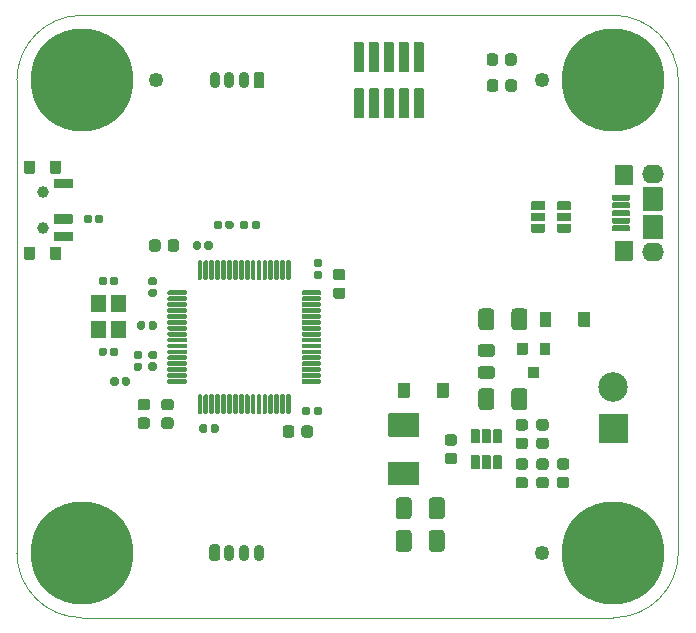
<source format=gbr>
%TF.GenerationSoftware,KiCad,Pcbnew,5.1.10-88a1d61d58~90~ubuntu21.04.1*%
%TF.CreationDate,2021-07-25T10:33:28+05:30*%
%TF.ProjectId,_autosave-STM tinker,5f617574-6f73-4617-9665-2d53544d2074,rev?*%
%TF.SameCoordinates,Original*%
%TF.FileFunction,Soldermask,Top*%
%TF.FilePolarity,Negative*%
%FSLAX46Y46*%
G04 Gerber Fmt 4.6, Leading zero omitted, Abs format (unit mm)*
G04 Created by KiCad (PCBNEW 5.1.10-88a1d61d58~90~ubuntu21.04.1) date 2021-07-25 10:33:28*
%MOMM*%
%LPD*%
G01*
G04 APERTURE LIST*
%TA.AperFunction,Profile*%
%ADD10C,0.050000*%
%TD*%
%ADD11C,1.252000*%
%ADD12C,1.000000*%
%ADD13C,8.700000*%
%ADD14C,2.500000*%
%ADD15O,0.900000X1.400000*%
%ADD16O,1.850000X1.600000*%
G04 APERTURE END LIST*
D10*
X30750000Y-41000000D02*
G75*
G02*
X36250000Y-35500000I5500000J0D01*
G01*
X36250000Y-86500000D02*
G75*
G02*
X30750000Y-81000000I0J5500000D01*
G01*
X86750000Y-81000000D02*
G75*
G02*
X81250000Y-86500000I-5500000J0D01*
G01*
X81250000Y-35500000D02*
G75*
G02*
X86750000Y-41000000I0J-5500000D01*
G01*
X30750000Y-81000000D02*
X30750000Y-41000000D01*
X81250000Y-86500000D02*
X36250000Y-86500000D01*
X86750000Y-41000000D02*
X86750000Y-81000000D01*
X36250000Y-35500000D02*
X81250000Y-35500000D01*
D11*
%TO.C,REF\u002A\u002A*%
X75250000Y-81000000D03*
%TD*%
%TO.C,REF\u002A\u002A*%
X75250000Y-41000000D03*
%TD*%
%TO.C,REF\u002A\u002A*%
X42500000Y-41000000D03*
%TD*%
D12*
%TO.C,SW1*%
X32920000Y-50500000D03*
X32920000Y-53500000D03*
G36*
G01*
X33930000Y-49350000D02*
X35430000Y-49350000D01*
G75*
G02*
X35480000Y-49400000I0J-50000D01*
G01*
X35480000Y-50100000D01*
G75*
G02*
X35430000Y-50150000I-50000J0D01*
G01*
X33930000Y-50150000D01*
G75*
G02*
X33880000Y-50100000I0J50000D01*
G01*
X33880000Y-49400000D01*
G75*
G02*
X33930000Y-49350000I50000J0D01*
G01*
G37*
G36*
G01*
X33930000Y-52350000D02*
X35430000Y-52350000D01*
G75*
G02*
X35480000Y-52400000I0J-50000D01*
G01*
X35480000Y-53100000D01*
G75*
G02*
X35430000Y-53150000I-50000J0D01*
G01*
X33930000Y-53150000D01*
G75*
G02*
X33880000Y-53100000I0J50000D01*
G01*
X33880000Y-52400000D01*
G75*
G02*
X33930000Y-52350000I50000J0D01*
G01*
G37*
G36*
G01*
X33930000Y-53850000D02*
X35430000Y-53850000D01*
G75*
G02*
X35480000Y-53900000I0J-50000D01*
G01*
X35480000Y-54600000D01*
G75*
G02*
X35430000Y-54650000I-50000J0D01*
G01*
X33930000Y-54650000D01*
G75*
G02*
X33880000Y-54600000I0J50000D01*
G01*
X33880000Y-53900000D01*
G75*
G02*
X33930000Y-53850000I50000J0D01*
G01*
G37*
G36*
G01*
X31420000Y-47800000D02*
X32220000Y-47800000D01*
G75*
G02*
X32270000Y-47850000I0J-50000D01*
G01*
X32270000Y-48850000D01*
G75*
G02*
X32220000Y-48900000I-50000J0D01*
G01*
X31420000Y-48900000D01*
G75*
G02*
X31370000Y-48850000I0J50000D01*
G01*
X31370000Y-47850000D01*
G75*
G02*
X31420000Y-47800000I50000J0D01*
G01*
G37*
G36*
G01*
X31420000Y-55100000D02*
X32220000Y-55100000D01*
G75*
G02*
X32270000Y-55150000I0J-50000D01*
G01*
X32270000Y-56150000D01*
G75*
G02*
X32220000Y-56200000I-50000J0D01*
G01*
X31420000Y-56200000D01*
G75*
G02*
X31370000Y-56150000I0J50000D01*
G01*
X31370000Y-55150000D01*
G75*
G02*
X31420000Y-55100000I50000J0D01*
G01*
G37*
G36*
G01*
X33630000Y-55100000D02*
X34430000Y-55100000D01*
G75*
G02*
X34480000Y-55150000I0J-50000D01*
G01*
X34480000Y-56150000D01*
G75*
G02*
X34430000Y-56200000I-50000J0D01*
G01*
X33630000Y-56200000D01*
G75*
G02*
X33580000Y-56150000I0J50000D01*
G01*
X33580000Y-55150000D01*
G75*
G02*
X33630000Y-55100000I50000J0D01*
G01*
G37*
G36*
G01*
X33630000Y-47800000D02*
X34430000Y-47800000D01*
G75*
G02*
X34480000Y-47850000I0J-50000D01*
G01*
X34480000Y-48850000D01*
G75*
G02*
X34430000Y-48900000I-50000J0D01*
G01*
X33630000Y-48900000D01*
G75*
G02*
X33580000Y-48850000I0J50000D01*
G01*
X33580000Y-47850000D01*
G75*
G02*
X33630000Y-47800000I50000J0D01*
G01*
G37*
%TD*%
%TO.C,J2*%
G36*
G01*
X59340000Y-41700000D02*
X60080000Y-41700000D01*
G75*
G02*
X60130000Y-41750000I0J-50000D01*
G01*
X60130000Y-44150000D01*
G75*
G02*
X60080000Y-44200000I-50000J0D01*
G01*
X59340000Y-44200000D01*
G75*
G02*
X59290000Y-44150000I0J50000D01*
G01*
X59290000Y-41750000D01*
G75*
G02*
X59340000Y-41700000I50000J0D01*
G01*
G37*
G36*
G01*
X59340000Y-37800000D02*
X60080000Y-37800000D01*
G75*
G02*
X60130000Y-37850000I0J-50000D01*
G01*
X60130000Y-40250000D01*
G75*
G02*
X60080000Y-40300000I-50000J0D01*
G01*
X59340000Y-40300000D01*
G75*
G02*
X59290000Y-40250000I0J50000D01*
G01*
X59290000Y-37850000D01*
G75*
G02*
X59340000Y-37800000I50000J0D01*
G01*
G37*
G36*
G01*
X60610000Y-41700000D02*
X61350000Y-41700000D01*
G75*
G02*
X61400000Y-41750000I0J-50000D01*
G01*
X61400000Y-44150000D01*
G75*
G02*
X61350000Y-44200000I-50000J0D01*
G01*
X60610000Y-44200000D01*
G75*
G02*
X60560000Y-44150000I0J50000D01*
G01*
X60560000Y-41750000D01*
G75*
G02*
X60610000Y-41700000I50000J0D01*
G01*
G37*
G36*
G01*
X60610000Y-37800000D02*
X61350000Y-37800000D01*
G75*
G02*
X61400000Y-37850000I0J-50000D01*
G01*
X61400000Y-40250000D01*
G75*
G02*
X61350000Y-40300000I-50000J0D01*
G01*
X60610000Y-40300000D01*
G75*
G02*
X60560000Y-40250000I0J50000D01*
G01*
X60560000Y-37850000D01*
G75*
G02*
X60610000Y-37800000I50000J0D01*
G01*
G37*
G36*
G01*
X61880000Y-41700000D02*
X62620000Y-41700000D01*
G75*
G02*
X62670000Y-41750000I0J-50000D01*
G01*
X62670000Y-44150000D01*
G75*
G02*
X62620000Y-44200000I-50000J0D01*
G01*
X61880000Y-44200000D01*
G75*
G02*
X61830000Y-44150000I0J50000D01*
G01*
X61830000Y-41750000D01*
G75*
G02*
X61880000Y-41700000I50000J0D01*
G01*
G37*
G36*
G01*
X61880000Y-37800000D02*
X62620000Y-37800000D01*
G75*
G02*
X62670000Y-37850000I0J-50000D01*
G01*
X62670000Y-40250000D01*
G75*
G02*
X62620000Y-40300000I-50000J0D01*
G01*
X61880000Y-40300000D01*
G75*
G02*
X61830000Y-40250000I0J50000D01*
G01*
X61830000Y-37850000D01*
G75*
G02*
X61880000Y-37800000I50000J0D01*
G01*
G37*
G36*
G01*
X63150000Y-41700000D02*
X63890000Y-41700000D01*
G75*
G02*
X63940000Y-41750000I0J-50000D01*
G01*
X63940000Y-44150000D01*
G75*
G02*
X63890000Y-44200000I-50000J0D01*
G01*
X63150000Y-44200000D01*
G75*
G02*
X63100000Y-44150000I0J50000D01*
G01*
X63100000Y-41750000D01*
G75*
G02*
X63150000Y-41700000I50000J0D01*
G01*
G37*
G36*
G01*
X63150000Y-37800000D02*
X63890000Y-37800000D01*
G75*
G02*
X63940000Y-37850000I0J-50000D01*
G01*
X63940000Y-40250000D01*
G75*
G02*
X63890000Y-40300000I-50000J0D01*
G01*
X63150000Y-40300000D01*
G75*
G02*
X63100000Y-40250000I0J50000D01*
G01*
X63100000Y-37850000D01*
G75*
G02*
X63150000Y-37800000I50000J0D01*
G01*
G37*
G36*
G01*
X64420000Y-41700000D02*
X65160000Y-41700000D01*
G75*
G02*
X65210000Y-41750000I0J-50000D01*
G01*
X65210000Y-44150000D01*
G75*
G02*
X65160000Y-44200000I-50000J0D01*
G01*
X64420000Y-44200000D01*
G75*
G02*
X64370000Y-44150000I0J50000D01*
G01*
X64370000Y-41750000D01*
G75*
G02*
X64420000Y-41700000I50000J0D01*
G01*
G37*
G36*
G01*
X64420000Y-37800000D02*
X65160000Y-37800000D01*
G75*
G02*
X65210000Y-37850000I0J-50000D01*
G01*
X65210000Y-40250000D01*
G75*
G02*
X65160000Y-40300000I-50000J0D01*
G01*
X64420000Y-40300000D01*
G75*
G02*
X64370000Y-40250000I0J50000D01*
G01*
X64370000Y-37850000D01*
G75*
G02*
X64420000Y-37800000I50000J0D01*
G01*
G37*
%TD*%
%TO.C,C1*%
G36*
G01*
X69825000Y-68655000D02*
X69825000Y-67345000D01*
G75*
G02*
X70095000Y-67075000I270000J0D01*
G01*
X70905000Y-67075000D01*
G75*
G02*
X71175000Y-67345000I0J-270000D01*
G01*
X71175000Y-68655000D01*
G75*
G02*
X70905000Y-68925000I-270000J0D01*
G01*
X70095000Y-68925000D01*
G75*
G02*
X69825000Y-68655000I0J270000D01*
G01*
G37*
G36*
G01*
X72625000Y-68655000D02*
X72625000Y-67345000D01*
G75*
G02*
X72895000Y-67075000I270000J0D01*
G01*
X73705000Y-67075000D01*
G75*
G02*
X73975000Y-67345000I0J-270000D01*
G01*
X73975000Y-68655000D01*
G75*
G02*
X73705000Y-68925000I-270000J0D01*
G01*
X72895000Y-68925000D01*
G75*
G02*
X72625000Y-68655000I0J270000D01*
G01*
G37*
%TD*%
%TO.C,C2*%
G36*
G01*
X62825000Y-77905000D02*
X62825000Y-76595000D01*
G75*
G02*
X63095000Y-76325000I270000J0D01*
G01*
X63905000Y-76325000D01*
G75*
G02*
X64175000Y-76595000I0J-270000D01*
G01*
X64175000Y-77905000D01*
G75*
G02*
X63905000Y-78175000I-270000J0D01*
G01*
X63095000Y-78175000D01*
G75*
G02*
X62825000Y-77905000I0J270000D01*
G01*
G37*
G36*
G01*
X65625000Y-77905000D02*
X65625000Y-76595000D01*
G75*
G02*
X65895000Y-76325000I270000J0D01*
G01*
X66705000Y-76325000D01*
G75*
G02*
X66975000Y-76595000I0J-270000D01*
G01*
X66975000Y-77905000D01*
G75*
G02*
X66705000Y-78175000I-270000J0D01*
G01*
X65895000Y-78175000D01*
G75*
G02*
X65625000Y-77905000I0J270000D01*
G01*
G37*
%TD*%
%TO.C,C3*%
G36*
G01*
X65625000Y-80655000D02*
X65625000Y-79345000D01*
G75*
G02*
X65895000Y-79075000I270000J0D01*
G01*
X66705000Y-79075000D01*
G75*
G02*
X66975000Y-79345000I0J-270000D01*
G01*
X66975000Y-80655000D01*
G75*
G02*
X66705000Y-80925000I-270000J0D01*
G01*
X65895000Y-80925000D01*
G75*
G02*
X65625000Y-80655000I0J270000D01*
G01*
G37*
G36*
G01*
X62825000Y-80655000D02*
X62825000Y-79345000D01*
G75*
G02*
X63095000Y-79075000I270000J0D01*
G01*
X63905000Y-79075000D01*
G75*
G02*
X64175000Y-79345000I0J-270000D01*
G01*
X64175000Y-80655000D01*
G75*
G02*
X63905000Y-80925000I-270000J0D01*
G01*
X63095000Y-80925000D01*
G75*
G02*
X62825000Y-80655000I0J270000D01*
G01*
G37*
%TD*%
%TO.C,C4*%
G36*
G01*
X67218750Y-70975000D02*
X67781250Y-70975000D01*
G75*
G02*
X68025000Y-71218750I0J-243750D01*
G01*
X68025000Y-71706250D01*
G75*
G02*
X67781250Y-71950000I-243750J0D01*
G01*
X67218750Y-71950000D01*
G75*
G02*
X66975000Y-71706250I0J243750D01*
G01*
X66975000Y-71218750D01*
G75*
G02*
X67218750Y-70975000I243750J0D01*
G01*
G37*
G36*
G01*
X67218750Y-72550000D02*
X67781250Y-72550000D01*
G75*
G02*
X68025000Y-72793750I0J-243750D01*
G01*
X68025000Y-73281250D01*
G75*
G02*
X67781250Y-73525000I-243750J0D01*
G01*
X67218750Y-73525000D01*
G75*
G02*
X66975000Y-73281250I0J243750D01*
G01*
X66975000Y-72793750D01*
G75*
G02*
X67218750Y-72550000I243750J0D01*
G01*
G37*
%TD*%
%TO.C,C5*%
G36*
G01*
X42912500Y-54718750D02*
X42912500Y-55281250D01*
G75*
G02*
X42668750Y-55525000I-243750J0D01*
G01*
X42181250Y-55525000D01*
G75*
G02*
X41937500Y-55281250I0J243750D01*
G01*
X41937500Y-54718750D01*
G75*
G02*
X42181250Y-54475000I243750J0D01*
G01*
X42668750Y-54475000D01*
G75*
G02*
X42912500Y-54718750I0J-243750D01*
G01*
G37*
G36*
G01*
X44487500Y-54718750D02*
X44487500Y-55281250D01*
G75*
G02*
X44243750Y-55525000I-243750J0D01*
G01*
X43756250Y-55525000D01*
G75*
G02*
X43512500Y-55281250I0J243750D01*
G01*
X43512500Y-54718750D01*
G75*
G02*
X43756250Y-54475000I243750J0D01*
G01*
X44243750Y-54475000D01*
G75*
G02*
X44487500Y-54718750I0J-243750D01*
G01*
G37*
%TD*%
%TO.C,C6*%
G36*
G01*
X42447500Y-58375000D02*
X42052500Y-58375000D01*
G75*
G02*
X41880000Y-58202500I0J172500D01*
G01*
X41880000Y-57857500D01*
G75*
G02*
X42052500Y-57685000I172500J0D01*
G01*
X42447500Y-57685000D01*
G75*
G02*
X42620000Y-57857500I0J-172500D01*
G01*
X42620000Y-58202500D01*
G75*
G02*
X42447500Y-58375000I-172500J0D01*
G01*
G37*
G36*
G01*
X42447500Y-59345000D02*
X42052500Y-59345000D01*
G75*
G02*
X41880000Y-59172500I0J172500D01*
G01*
X41880000Y-58827500D01*
G75*
G02*
X42052500Y-58655000I172500J0D01*
G01*
X42447500Y-58655000D01*
G75*
G02*
X42620000Y-58827500I0J-172500D01*
G01*
X42620000Y-59172500D01*
G75*
G02*
X42447500Y-59345000I-172500J0D01*
G01*
G37*
%TD*%
%TO.C,C7*%
G36*
G01*
X47845000Y-70302500D02*
X47845000Y-70697500D01*
G75*
G02*
X47672500Y-70870000I-172500J0D01*
G01*
X47327500Y-70870000D01*
G75*
G02*
X47155000Y-70697500I0J172500D01*
G01*
X47155000Y-70302500D01*
G75*
G02*
X47327500Y-70130000I172500J0D01*
G01*
X47672500Y-70130000D01*
G75*
G02*
X47845000Y-70302500I0J-172500D01*
G01*
G37*
G36*
G01*
X46875000Y-70302500D02*
X46875000Y-70697500D01*
G75*
G02*
X46702500Y-70870000I-172500J0D01*
G01*
X46357500Y-70870000D01*
G75*
G02*
X46185000Y-70697500I0J172500D01*
G01*
X46185000Y-70302500D01*
G75*
G02*
X46357500Y-70130000I172500J0D01*
G01*
X46702500Y-70130000D01*
G75*
G02*
X46875000Y-70302500I0J-172500D01*
G01*
G37*
%TD*%
%TO.C,C8*%
G36*
G01*
X55875000Y-69197500D02*
X55875000Y-68802500D01*
G75*
G02*
X56047500Y-68630000I172500J0D01*
G01*
X56392500Y-68630000D01*
G75*
G02*
X56565000Y-68802500I0J-172500D01*
G01*
X56565000Y-69197500D01*
G75*
G02*
X56392500Y-69370000I-172500J0D01*
G01*
X56047500Y-69370000D01*
G75*
G02*
X55875000Y-69197500I0J172500D01*
G01*
G37*
G36*
G01*
X54905000Y-69197500D02*
X54905000Y-68802500D01*
G75*
G02*
X55077500Y-68630000I172500J0D01*
G01*
X55422500Y-68630000D01*
G75*
G02*
X55595000Y-68802500I0J-172500D01*
G01*
X55595000Y-69197500D01*
G75*
G02*
X55422500Y-69370000I-172500J0D01*
G01*
X55077500Y-69370000D01*
G75*
G02*
X54905000Y-69197500I0J172500D01*
G01*
G37*
%TD*%
%TO.C,C9*%
G36*
G01*
X56447500Y-57815000D02*
X56052500Y-57815000D01*
G75*
G02*
X55880000Y-57642500I0J172500D01*
G01*
X55880000Y-57297500D01*
G75*
G02*
X56052500Y-57125000I172500J0D01*
G01*
X56447500Y-57125000D01*
G75*
G02*
X56620000Y-57297500I0J-172500D01*
G01*
X56620000Y-57642500D01*
G75*
G02*
X56447500Y-57815000I-172500J0D01*
G01*
G37*
G36*
G01*
X56447500Y-56845000D02*
X56052500Y-56845000D01*
G75*
G02*
X55880000Y-56672500I0J172500D01*
G01*
X55880000Y-56327500D01*
G75*
G02*
X56052500Y-56155000I172500J0D01*
G01*
X56447500Y-56155000D01*
G75*
G02*
X56620000Y-56327500I0J-172500D01*
G01*
X56620000Y-56672500D01*
G75*
G02*
X56447500Y-56845000I-172500J0D01*
G01*
G37*
%TD*%
%TO.C,C10*%
G36*
G01*
X46625000Y-55197500D02*
X46625000Y-54802500D01*
G75*
G02*
X46797500Y-54630000I172500J0D01*
G01*
X47142500Y-54630000D01*
G75*
G02*
X47315000Y-54802500I0J-172500D01*
G01*
X47315000Y-55197500D01*
G75*
G02*
X47142500Y-55370000I-172500J0D01*
G01*
X46797500Y-55370000D01*
G75*
G02*
X46625000Y-55197500I0J172500D01*
G01*
G37*
G36*
G01*
X45655000Y-55197500D02*
X45655000Y-54802500D01*
G75*
G02*
X45827500Y-54630000I172500J0D01*
G01*
X46172500Y-54630000D01*
G75*
G02*
X46345000Y-54802500I0J-172500D01*
G01*
X46345000Y-55197500D01*
G75*
G02*
X46172500Y-55370000I-172500J0D01*
G01*
X45827500Y-55370000D01*
G75*
G02*
X45655000Y-55197500I0J172500D01*
G01*
G37*
%TD*%
%TO.C,C11*%
G36*
G01*
X41197500Y-65595000D02*
X40802500Y-65595000D01*
G75*
G02*
X40630000Y-65422500I0J172500D01*
G01*
X40630000Y-65077500D01*
G75*
G02*
X40802500Y-64905000I172500J0D01*
G01*
X41197500Y-64905000D01*
G75*
G02*
X41370000Y-65077500I0J-172500D01*
G01*
X41370000Y-65422500D01*
G75*
G02*
X41197500Y-65595000I-172500J0D01*
G01*
G37*
G36*
G01*
X41197500Y-64625000D02*
X40802500Y-64625000D01*
G75*
G02*
X40630000Y-64452500I0J172500D01*
G01*
X40630000Y-64107500D01*
G75*
G02*
X40802500Y-63935000I172500J0D01*
G01*
X41197500Y-63935000D01*
G75*
G02*
X41370000Y-64107500I0J-172500D01*
G01*
X41370000Y-64452500D01*
G75*
G02*
X41197500Y-64625000I-172500J0D01*
G01*
G37*
%TD*%
%TO.C,C12*%
G36*
G01*
X42447500Y-65580000D02*
X42052500Y-65580000D01*
G75*
G02*
X41880000Y-65407500I0J172500D01*
G01*
X41880000Y-65062500D01*
G75*
G02*
X42052500Y-64890000I172500J0D01*
G01*
X42447500Y-64890000D01*
G75*
G02*
X42620000Y-65062500I0J-172500D01*
G01*
X42620000Y-65407500D01*
G75*
G02*
X42447500Y-65580000I-172500J0D01*
G01*
G37*
G36*
G01*
X42447500Y-64610000D02*
X42052500Y-64610000D01*
G75*
G02*
X41880000Y-64437500I0J172500D01*
G01*
X41880000Y-64092500D01*
G75*
G02*
X42052500Y-63920000I172500J0D01*
G01*
X42447500Y-63920000D01*
G75*
G02*
X42620000Y-64092500I0J-172500D01*
G01*
X42620000Y-64437500D01*
G75*
G02*
X42447500Y-64610000I-172500J0D01*
G01*
G37*
%TD*%
%TO.C,C13*%
G36*
G01*
X53262500Y-71031250D02*
X53262500Y-70468750D01*
G75*
G02*
X53506250Y-70225000I243750J0D01*
G01*
X53993750Y-70225000D01*
G75*
G02*
X54237500Y-70468750I0J-243750D01*
G01*
X54237500Y-71031250D01*
G75*
G02*
X53993750Y-71275000I-243750J0D01*
G01*
X53506250Y-71275000D01*
G75*
G02*
X53262500Y-71031250I0J243750D01*
G01*
G37*
G36*
G01*
X54837500Y-71031250D02*
X54837500Y-70468750D01*
G75*
G02*
X55081250Y-70225000I243750J0D01*
G01*
X55568750Y-70225000D01*
G75*
G02*
X55812500Y-70468750I0J-243750D01*
G01*
X55812500Y-71031250D01*
G75*
G02*
X55568750Y-71275000I-243750J0D01*
G01*
X55081250Y-71275000D01*
G75*
G02*
X54837500Y-71031250I0J243750D01*
G01*
G37*
%TD*%
%TO.C,C14*%
G36*
G01*
X58318750Y-57950000D02*
X57756250Y-57950000D01*
G75*
G02*
X57512500Y-57706250I0J243750D01*
G01*
X57512500Y-57218750D01*
G75*
G02*
X57756250Y-56975000I243750J0D01*
G01*
X58318750Y-56975000D01*
G75*
G02*
X58562500Y-57218750I0J-243750D01*
G01*
X58562500Y-57706250D01*
G75*
G02*
X58318750Y-57950000I-243750J0D01*
G01*
G37*
G36*
G01*
X58318750Y-59525000D02*
X57756250Y-59525000D01*
G75*
G02*
X57512500Y-59281250I0J243750D01*
G01*
X57512500Y-58793750D01*
G75*
G02*
X57756250Y-58550000I243750J0D01*
G01*
X58318750Y-58550000D01*
G75*
G02*
X58562500Y-58793750I0J-243750D01*
G01*
X58562500Y-59281250D01*
G75*
G02*
X58318750Y-59525000I-243750J0D01*
G01*
G37*
%TD*%
%TO.C,C15*%
G36*
G01*
X38640000Y-58197500D02*
X38640000Y-57802500D01*
G75*
G02*
X38812500Y-57630000I172500J0D01*
G01*
X39157500Y-57630000D01*
G75*
G02*
X39330000Y-57802500I0J-172500D01*
G01*
X39330000Y-58197500D01*
G75*
G02*
X39157500Y-58370000I-172500J0D01*
G01*
X38812500Y-58370000D01*
G75*
G02*
X38640000Y-58197500I0J172500D01*
G01*
G37*
G36*
G01*
X37670000Y-58197500D02*
X37670000Y-57802500D01*
G75*
G02*
X37842500Y-57630000I172500J0D01*
G01*
X38187500Y-57630000D01*
G75*
G02*
X38360000Y-57802500I0J-172500D01*
G01*
X38360000Y-58197500D01*
G75*
G02*
X38187500Y-58370000I-172500J0D01*
G01*
X37842500Y-58370000D01*
G75*
G02*
X37670000Y-58197500I0J172500D01*
G01*
G37*
%TD*%
%TO.C,C16*%
G36*
G01*
X39330000Y-63802500D02*
X39330000Y-64197500D01*
G75*
G02*
X39157500Y-64370000I-172500J0D01*
G01*
X38812500Y-64370000D01*
G75*
G02*
X38640000Y-64197500I0J172500D01*
G01*
X38640000Y-63802500D01*
G75*
G02*
X38812500Y-63630000I172500J0D01*
G01*
X39157500Y-63630000D01*
G75*
G02*
X39330000Y-63802500I0J-172500D01*
G01*
G37*
G36*
G01*
X38360000Y-63802500D02*
X38360000Y-64197500D01*
G75*
G02*
X38187500Y-64370000I-172500J0D01*
G01*
X37842500Y-64370000D01*
G75*
G02*
X37670000Y-64197500I0J172500D01*
G01*
X37670000Y-63802500D01*
G75*
G02*
X37842500Y-63630000I172500J0D01*
G01*
X38187500Y-63630000D01*
G75*
G02*
X38360000Y-63802500I0J-172500D01*
G01*
G37*
%TD*%
%TO.C,D1*%
G36*
G01*
X78300000Y-61850000D02*
X78300000Y-60650000D01*
G75*
G02*
X78350000Y-60600000I50000J0D01*
G01*
X79250000Y-60600000D01*
G75*
G02*
X79300000Y-60650000I0J-50000D01*
G01*
X79300000Y-61850000D01*
G75*
G02*
X79250000Y-61900000I-50000J0D01*
G01*
X78350000Y-61900000D01*
G75*
G02*
X78300000Y-61850000I0J50000D01*
G01*
G37*
G36*
G01*
X75000000Y-61850000D02*
X75000000Y-60650000D01*
G75*
G02*
X75050000Y-60600000I50000J0D01*
G01*
X75950000Y-60600000D01*
G75*
G02*
X76000000Y-60650000I0J-50000D01*
G01*
X76000000Y-61850000D01*
G75*
G02*
X75950000Y-61900000I-50000J0D01*
G01*
X75050000Y-61900000D01*
G75*
G02*
X75000000Y-61850000I0J50000D01*
G01*
G37*
%TD*%
%TO.C,D2*%
G36*
G01*
X63000000Y-67850000D02*
X63000000Y-66650000D01*
G75*
G02*
X63050000Y-66600000I50000J0D01*
G01*
X63950000Y-66600000D01*
G75*
G02*
X64000000Y-66650000I0J-50000D01*
G01*
X64000000Y-67850000D01*
G75*
G02*
X63950000Y-67900000I-50000J0D01*
G01*
X63050000Y-67900000D01*
G75*
G02*
X63000000Y-67850000I0J50000D01*
G01*
G37*
G36*
G01*
X66300000Y-67850000D02*
X66300000Y-66650000D01*
G75*
G02*
X66350000Y-66600000I50000J0D01*
G01*
X67250000Y-66600000D01*
G75*
G02*
X67300000Y-66650000I0J-50000D01*
G01*
X67300000Y-67850000D01*
G75*
G02*
X67250000Y-67900000I-50000J0D01*
G01*
X66350000Y-67900000D01*
G75*
G02*
X66300000Y-67850000I0J50000D01*
G01*
G37*
%TD*%
%TO.C,D3*%
G36*
G01*
X71487500Y-38968750D02*
X71487500Y-39531250D01*
G75*
G02*
X71243750Y-39775000I-243750J0D01*
G01*
X70756250Y-39775000D01*
G75*
G02*
X70512500Y-39531250I0J243750D01*
G01*
X70512500Y-38968750D01*
G75*
G02*
X70756250Y-38725000I243750J0D01*
G01*
X71243750Y-38725000D01*
G75*
G02*
X71487500Y-38968750I0J-243750D01*
G01*
G37*
G36*
G01*
X73062500Y-38968750D02*
X73062500Y-39531250D01*
G75*
G02*
X72818750Y-39775000I-243750J0D01*
G01*
X72331250Y-39775000D01*
G75*
G02*
X72087500Y-39531250I0J243750D01*
G01*
X72087500Y-38968750D01*
G75*
G02*
X72331250Y-38725000I243750J0D01*
G01*
X72818750Y-38725000D01*
G75*
G02*
X73062500Y-38968750I0J-243750D01*
G01*
G37*
%TD*%
%TO.C,D4*%
G36*
G01*
X43781250Y-70525000D02*
X43218750Y-70525000D01*
G75*
G02*
X42975000Y-70281250I0J243750D01*
G01*
X42975000Y-69793750D01*
G75*
G02*
X43218750Y-69550000I243750J0D01*
G01*
X43781250Y-69550000D01*
G75*
G02*
X44025000Y-69793750I0J-243750D01*
G01*
X44025000Y-70281250D01*
G75*
G02*
X43781250Y-70525000I-243750J0D01*
G01*
G37*
G36*
G01*
X43781250Y-68950000D02*
X43218750Y-68950000D01*
G75*
G02*
X42975000Y-68706250I0J243750D01*
G01*
X42975000Y-68218750D01*
G75*
G02*
X43218750Y-67975000I243750J0D01*
G01*
X43781250Y-67975000D01*
G75*
G02*
X44025000Y-68218750I0J-243750D01*
G01*
X44025000Y-68706250D01*
G75*
G02*
X43781250Y-68950000I-243750J0D01*
G01*
G37*
%TD*%
%TO.C,F1*%
G36*
G01*
X69825000Y-61905000D02*
X69825000Y-60595000D01*
G75*
G02*
X70095000Y-60325000I270000J0D01*
G01*
X70905000Y-60325000D01*
G75*
G02*
X71175000Y-60595000I0J-270000D01*
G01*
X71175000Y-61905000D01*
G75*
G02*
X70905000Y-62175000I-270000J0D01*
G01*
X70095000Y-62175000D01*
G75*
G02*
X69825000Y-61905000I0J270000D01*
G01*
G37*
G36*
G01*
X72625000Y-61905000D02*
X72625000Y-60595000D01*
G75*
G02*
X72895000Y-60325000I270000J0D01*
G01*
X73705000Y-60325000D01*
G75*
G02*
X73975000Y-60595000I0J-270000D01*
G01*
X73975000Y-61905000D01*
G75*
G02*
X73705000Y-62175000I-270000J0D01*
G01*
X72895000Y-62175000D01*
G75*
G02*
X72625000Y-61905000I0J270000D01*
G01*
G37*
%TD*%
%TO.C,FB1*%
G36*
G01*
X70981250Y-66287500D02*
X70018750Y-66287500D01*
G75*
G02*
X69750000Y-66018750I0J268750D01*
G01*
X69750000Y-65481250D01*
G75*
G02*
X70018750Y-65212500I268750J0D01*
G01*
X70981250Y-65212500D01*
G75*
G02*
X71250000Y-65481250I0J-268750D01*
G01*
X71250000Y-66018750D01*
G75*
G02*
X70981250Y-66287500I-268750J0D01*
G01*
G37*
G36*
G01*
X70981250Y-64412500D02*
X70018750Y-64412500D01*
G75*
G02*
X69750000Y-64143750I0J268750D01*
G01*
X69750000Y-63606250D01*
G75*
G02*
X70018750Y-63337500I268750J0D01*
G01*
X70981250Y-63337500D01*
G75*
G02*
X71250000Y-63606250I0J-268750D01*
G01*
X71250000Y-64143750D01*
G75*
G02*
X70981250Y-64412500I-268750J0D01*
G01*
G37*
%TD*%
D13*
%TO.C,H1*%
X81250000Y-41000000D03*
D12*
X84475000Y-41000000D03*
X83530419Y-43280419D03*
X81250000Y-44225000D03*
X78969581Y-43280419D03*
X78025000Y-41000000D03*
X78969581Y-38719581D03*
X81250000Y-37775000D03*
X83530419Y-38719581D03*
%TD*%
%TO.C,H2*%
X83530419Y-78719581D03*
X81250000Y-77775000D03*
X78969581Y-78719581D03*
X78025000Y-81000000D03*
X78969581Y-83280419D03*
X81250000Y-84225000D03*
X83530419Y-83280419D03*
X84475000Y-81000000D03*
D13*
X81250000Y-81000000D03*
%TD*%
%TO.C,H3*%
X36250000Y-81000000D03*
D12*
X39475000Y-81000000D03*
X38530419Y-83280419D03*
X36250000Y-84225000D03*
X33969581Y-83280419D03*
X33025000Y-81000000D03*
X33969581Y-78719581D03*
X36250000Y-77775000D03*
X38530419Y-78719581D03*
%TD*%
%TO.C,H4*%
X38530419Y-38719581D03*
X36250000Y-37775000D03*
X33969581Y-38719581D03*
X33025000Y-41000000D03*
X33969581Y-43280419D03*
X36250000Y-44225000D03*
X38530419Y-43280419D03*
X39475000Y-41000000D03*
D13*
X36250000Y-41000000D03*
%TD*%
%TO.C,J1*%
G36*
G01*
X82450000Y-71750000D02*
X80050000Y-71750000D01*
G75*
G02*
X80000000Y-71700000I0J50000D01*
G01*
X80000000Y-69300000D01*
G75*
G02*
X80050000Y-69250000I50000J0D01*
G01*
X82450000Y-69250000D01*
G75*
G02*
X82500000Y-69300000I0J-50000D01*
G01*
X82500000Y-71700000D01*
G75*
G02*
X82450000Y-71750000I-50000J0D01*
G01*
G37*
D14*
X81250000Y-67000000D03*
%TD*%
D15*
%TO.C,J3*%
X47500000Y-41000000D03*
X48750000Y-41000000D03*
X50000000Y-41000000D03*
G36*
G01*
X51700000Y-40525000D02*
X51700000Y-41475000D01*
G75*
G02*
X51475000Y-41700000I-225000J0D01*
G01*
X51025000Y-41700000D01*
G75*
G02*
X50800000Y-41475000I0J225000D01*
G01*
X50800000Y-40525000D01*
G75*
G02*
X51025000Y-40300000I225000J0D01*
G01*
X51475000Y-40300000D01*
G75*
G02*
X51700000Y-40525000I0J-225000D01*
G01*
G37*
%TD*%
%TO.C,J4*%
G36*
G01*
X47050000Y-81475000D02*
X47050000Y-80525000D01*
G75*
G02*
X47275000Y-80300000I225000J0D01*
G01*
X47725000Y-80300000D01*
G75*
G02*
X47950000Y-80525000I0J-225000D01*
G01*
X47950000Y-81475000D01*
G75*
G02*
X47725000Y-81700000I-225000J0D01*
G01*
X47275000Y-81700000D01*
G75*
G02*
X47050000Y-81475000I0J225000D01*
G01*
G37*
X48750000Y-81000000D03*
X50000000Y-81000000D03*
X51250000Y-81000000D03*
%TD*%
%TO.C,J5*%
G36*
G01*
X82575000Y-53800000D02*
X81225000Y-53800000D01*
G75*
G02*
X81175000Y-53750000I0J50000D01*
G01*
X81175000Y-53350000D01*
G75*
G02*
X81225000Y-53300000I50000J0D01*
G01*
X82575000Y-53300000D01*
G75*
G02*
X82625000Y-53350000I0J-50000D01*
G01*
X82625000Y-53750000D01*
G75*
G02*
X82575000Y-53800000I-50000J0D01*
G01*
G37*
G36*
G01*
X82575000Y-53150000D02*
X81225000Y-53150000D01*
G75*
G02*
X81175000Y-53100000I0J50000D01*
G01*
X81175000Y-52700000D01*
G75*
G02*
X81225000Y-52650000I50000J0D01*
G01*
X82575000Y-52650000D01*
G75*
G02*
X82625000Y-52700000I0J-50000D01*
G01*
X82625000Y-53100000D01*
G75*
G02*
X82575000Y-53150000I-50000J0D01*
G01*
G37*
G36*
G01*
X82575000Y-52500000D02*
X81225000Y-52500000D01*
G75*
G02*
X81175000Y-52450000I0J50000D01*
G01*
X81175000Y-52050000D01*
G75*
G02*
X81225000Y-52000000I50000J0D01*
G01*
X82575000Y-52000000D01*
G75*
G02*
X82625000Y-52050000I0J-50000D01*
G01*
X82625000Y-52450000D01*
G75*
G02*
X82575000Y-52500000I-50000J0D01*
G01*
G37*
G36*
G01*
X82575000Y-51850000D02*
X81225000Y-51850000D01*
G75*
G02*
X81175000Y-51800000I0J50000D01*
G01*
X81175000Y-51400000D01*
G75*
G02*
X81225000Y-51350000I50000J0D01*
G01*
X82575000Y-51350000D01*
G75*
G02*
X82625000Y-51400000I0J-50000D01*
G01*
X82625000Y-51800000D01*
G75*
G02*
X82575000Y-51850000I-50000J0D01*
G01*
G37*
G36*
G01*
X82575000Y-51200000D02*
X81225000Y-51200000D01*
G75*
G02*
X81175000Y-51150000I0J50000D01*
G01*
X81175000Y-50750000D01*
G75*
G02*
X81225000Y-50700000I50000J0D01*
G01*
X82575000Y-50700000D01*
G75*
G02*
X82625000Y-50750000I0J-50000D01*
G01*
X82625000Y-51150000D01*
G75*
G02*
X82575000Y-51200000I-50000J0D01*
G01*
G37*
D16*
X84575000Y-55550000D03*
X84575000Y-48950000D03*
G36*
G01*
X82875000Y-54650000D02*
X82875000Y-56250000D01*
G75*
G02*
X82825000Y-56300000I-50000J0D01*
G01*
X81425000Y-56300000D01*
G75*
G02*
X81375000Y-56250000I0J50000D01*
G01*
X81375000Y-54650000D01*
G75*
G02*
X81425000Y-54600000I50000J0D01*
G01*
X82825000Y-54600000D01*
G75*
G02*
X82875000Y-54650000I0J-50000D01*
G01*
G37*
G36*
G01*
X85425000Y-52500000D02*
X85425000Y-54400000D01*
G75*
G02*
X85375000Y-54450000I-50000J0D01*
G01*
X83775000Y-54450000D01*
G75*
G02*
X83725000Y-54400000I0J50000D01*
G01*
X83725000Y-52500000D01*
G75*
G02*
X83775000Y-52450000I50000J0D01*
G01*
X85375000Y-52450000D01*
G75*
G02*
X85425000Y-52500000I0J-50000D01*
G01*
G37*
G36*
G01*
X85425000Y-50100000D02*
X85425000Y-52000000D01*
G75*
G02*
X85375000Y-52050000I-50000J0D01*
G01*
X83775000Y-52050000D01*
G75*
G02*
X83725000Y-52000000I0J50000D01*
G01*
X83725000Y-50100000D01*
G75*
G02*
X83775000Y-50050000I50000J0D01*
G01*
X85375000Y-50050000D01*
G75*
G02*
X85425000Y-50100000I0J-50000D01*
G01*
G37*
G36*
G01*
X82875000Y-48250000D02*
X82875000Y-49850000D01*
G75*
G02*
X82825000Y-49900000I-50000J0D01*
G01*
X81425000Y-49900000D01*
G75*
G02*
X81375000Y-49850000I0J50000D01*
G01*
X81375000Y-48250000D01*
G75*
G02*
X81425000Y-48200000I50000J0D01*
G01*
X82825000Y-48200000D01*
G75*
G02*
X82875000Y-48250000I0J-50000D01*
G01*
G37*
%TD*%
%TO.C,L1*%
G36*
G01*
X62250000Y-69200000D02*
X64750000Y-69200000D01*
G75*
G02*
X64800000Y-69250000I0J-50000D01*
G01*
X64800000Y-71150000D01*
G75*
G02*
X64750000Y-71200000I-50000J0D01*
G01*
X62250000Y-71200000D01*
G75*
G02*
X62200000Y-71150000I0J50000D01*
G01*
X62200000Y-69250000D01*
G75*
G02*
X62250000Y-69200000I50000J0D01*
G01*
G37*
G36*
G01*
X62250000Y-73300000D02*
X64750000Y-73300000D01*
G75*
G02*
X64800000Y-73350000I0J-50000D01*
G01*
X64800000Y-75250000D01*
G75*
G02*
X64750000Y-75300000I-50000J0D01*
G01*
X62250000Y-75300000D01*
G75*
G02*
X62200000Y-75250000I0J50000D01*
G01*
X62200000Y-73350000D01*
G75*
G02*
X62250000Y-73300000I50000J0D01*
G01*
G37*
%TD*%
%TO.C,L2*%
G36*
G01*
X38670000Y-66697500D02*
X38670000Y-66302500D01*
G75*
G02*
X38842500Y-66130000I172500J0D01*
G01*
X39187500Y-66130000D01*
G75*
G02*
X39360000Y-66302500I0J-172500D01*
G01*
X39360000Y-66697500D01*
G75*
G02*
X39187500Y-66870000I-172500J0D01*
G01*
X38842500Y-66870000D01*
G75*
G02*
X38670000Y-66697500I0J172500D01*
G01*
G37*
G36*
G01*
X39640000Y-66697500D02*
X39640000Y-66302500D01*
G75*
G02*
X39812500Y-66130000I172500J0D01*
G01*
X40157500Y-66130000D01*
G75*
G02*
X40330000Y-66302500I0J-172500D01*
G01*
X40330000Y-66697500D01*
G75*
G02*
X40157500Y-66870000I-172500J0D01*
G01*
X39812500Y-66870000D01*
G75*
G02*
X39640000Y-66697500I0J172500D01*
G01*
G37*
%TD*%
%TO.C,Q1*%
G36*
G01*
X75050000Y-63250000D02*
X75850000Y-63250000D01*
G75*
G02*
X75900000Y-63300000I0J-50000D01*
G01*
X75900000Y-64200000D01*
G75*
G02*
X75850000Y-64250000I-50000J0D01*
G01*
X75050000Y-64250000D01*
G75*
G02*
X75000000Y-64200000I0J50000D01*
G01*
X75000000Y-63300000D01*
G75*
G02*
X75050000Y-63250000I50000J0D01*
G01*
G37*
G36*
G01*
X73150000Y-63250000D02*
X73950000Y-63250000D01*
G75*
G02*
X74000000Y-63300000I0J-50000D01*
G01*
X74000000Y-64200000D01*
G75*
G02*
X73950000Y-64250000I-50000J0D01*
G01*
X73150000Y-64250000D01*
G75*
G02*
X73100000Y-64200000I0J50000D01*
G01*
X73100000Y-63300000D01*
G75*
G02*
X73150000Y-63250000I50000J0D01*
G01*
G37*
G36*
G01*
X74100000Y-65250000D02*
X74900000Y-65250000D01*
G75*
G02*
X74950000Y-65300000I0J-50000D01*
G01*
X74950000Y-66200000D01*
G75*
G02*
X74900000Y-66250000I-50000J0D01*
G01*
X74100000Y-66250000D01*
G75*
G02*
X74050000Y-66200000I0J50000D01*
G01*
X74050000Y-65300000D01*
G75*
G02*
X74100000Y-65250000I50000J0D01*
G01*
G37*
%TD*%
%TO.C,R1*%
G36*
G01*
X73218750Y-71262500D02*
X73781250Y-71262500D01*
G75*
G02*
X74025000Y-71506250I0J-243750D01*
G01*
X74025000Y-71993750D01*
G75*
G02*
X73781250Y-72237500I-243750J0D01*
G01*
X73218750Y-72237500D01*
G75*
G02*
X72975000Y-71993750I0J243750D01*
G01*
X72975000Y-71506250D01*
G75*
G02*
X73218750Y-71262500I243750J0D01*
G01*
G37*
G36*
G01*
X73218750Y-69687500D02*
X73781250Y-69687500D01*
G75*
G02*
X74025000Y-69931250I0J-243750D01*
G01*
X74025000Y-70418750D01*
G75*
G02*
X73781250Y-70662500I-243750J0D01*
G01*
X73218750Y-70662500D01*
G75*
G02*
X72975000Y-70418750I0J243750D01*
G01*
X72975000Y-69931250D01*
G75*
G02*
X73218750Y-69687500I243750J0D01*
G01*
G37*
%TD*%
%TO.C,R2*%
G36*
G01*
X75531250Y-72237500D02*
X74968750Y-72237500D01*
G75*
G02*
X74725000Y-71993750I0J243750D01*
G01*
X74725000Y-71506250D01*
G75*
G02*
X74968750Y-71262500I243750J0D01*
G01*
X75531250Y-71262500D01*
G75*
G02*
X75775000Y-71506250I0J-243750D01*
G01*
X75775000Y-71993750D01*
G75*
G02*
X75531250Y-72237500I-243750J0D01*
G01*
G37*
G36*
G01*
X75531250Y-70662500D02*
X74968750Y-70662500D01*
G75*
G02*
X74725000Y-70418750I0J243750D01*
G01*
X74725000Y-69931250D01*
G75*
G02*
X74968750Y-69687500I243750J0D01*
G01*
X75531250Y-69687500D01*
G75*
G02*
X75775000Y-69931250I0J-243750D01*
G01*
X75775000Y-70418750D01*
G75*
G02*
X75531250Y-70662500I-243750J0D01*
G01*
G37*
%TD*%
%TO.C,R3*%
G36*
G01*
X73781250Y-75562500D02*
X73218750Y-75562500D01*
G75*
G02*
X72975000Y-75318750I0J243750D01*
G01*
X72975000Y-74831250D01*
G75*
G02*
X73218750Y-74587500I243750J0D01*
G01*
X73781250Y-74587500D01*
G75*
G02*
X74025000Y-74831250I0J-243750D01*
G01*
X74025000Y-75318750D01*
G75*
G02*
X73781250Y-75562500I-243750J0D01*
G01*
G37*
G36*
G01*
X73781250Y-73987500D02*
X73218750Y-73987500D01*
G75*
G02*
X72975000Y-73743750I0J243750D01*
G01*
X72975000Y-73256250D01*
G75*
G02*
X73218750Y-73012500I243750J0D01*
G01*
X73781250Y-73012500D01*
G75*
G02*
X74025000Y-73256250I0J-243750D01*
G01*
X74025000Y-73743750D01*
G75*
G02*
X73781250Y-73987500I-243750J0D01*
G01*
G37*
%TD*%
%TO.C,R4*%
G36*
G01*
X74968750Y-73012500D02*
X75531250Y-73012500D01*
G75*
G02*
X75775000Y-73256250I0J-243750D01*
G01*
X75775000Y-73743750D01*
G75*
G02*
X75531250Y-73987500I-243750J0D01*
G01*
X74968750Y-73987500D01*
G75*
G02*
X74725000Y-73743750I0J243750D01*
G01*
X74725000Y-73256250D01*
G75*
G02*
X74968750Y-73012500I243750J0D01*
G01*
G37*
G36*
G01*
X74968750Y-74587500D02*
X75531250Y-74587500D01*
G75*
G02*
X75775000Y-74831250I0J-243750D01*
G01*
X75775000Y-75318750D01*
G75*
G02*
X75531250Y-75562500I-243750J0D01*
G01*
X74968750Y-75562500D01*
G75*
G02*
X74725000Y-75318750I0J243750D01*
G01*
X74725000Y-74831250D01*
G75*
G02*
X74968750Y-74587500I243750J0D01*
G01*
G37*
%TD*%
%TO.C,R5*%
G36*
G01*
X77281250Y-73975000D02*
X76718750Y-73975000D01*
G75*
G02*
X76475000Y-73731250I0J243750D01*
G01*
X76475000Y-73243750D01*
G75*
G02*
X76718750Y-73000000I243750J0D01*
G01*
X77281250Y-73000000D01*
G75*
G02*
X77525000Y-73243750I0J-243750D01*
G01*
X77525000Y-73731250D01*
G75*
G02*
X77281250Y-73975000I-243750J0D01*
G01*
G37*
G36*
G01*
X77281250Y-75550000D02*
X76718750Y-75550000D01*
G75*
G02*
X76475000Y-75306250I0J243750D01*
G01*
X76475000Y-74818750D01*
G75*
G02*
X76718750Y-74575000I243750J0D01*
G01*
X77281250Y-74575000D01*
G75*
G02*
X77525000Y-74818750I0J-243750D01*
G01*
X77525000Y-75306250D01*
G75*
G02*
X77281250Y-75550000I-243750J0D01*
G01*
G37*
%TD*%
%TO.C,R6*%
G36*
G01*
X72112500Y-41731250D02*
X72112500Y-41168750D01*
G75*
G02*
X72356250Y-40925000I243750J0D01*
G01*
X72843750Y-40925000D01*
G75*
G02*
X73087500Y-41168750I0J-243750D01*
G01*
X73087500Y-41731250D01*
G75*
G02*
X72843750Y-41975000I-243750J0D01*
G01*
X72356250Y-41975000D01*
G75*
G02*
X72112500Y-41731250I0J243750D01*
G01*
G37*
G36*
G01*
X70537500Y-41731250D02*
X70537500Y-41168750D01*
G75*
G02*
X70781250Y-40925000I243750J0D01*
G01*
X71268750Y-40925000D01*
G75*
G02*
X71512500Y-41168750I0J-243750D01*
G01*
X71512500Y-41731250D01*
G75*
G02*
X71268750Y-41975000I-243750J0D01*
G01*
X70781250Y-41975000D01*
G75*
G02*
X70537500Y-41731250I0J243750D01*
G01*
G37*
%TD*%
%TO.C,R7*%
G36*
G01*
X37375000Y-52947500D02*
X37375000Y-52552500D01*
G75*
G02*
X37547500Y-52380000I172500J0D01*
G01*
X37892500Y-52380000D01*
G75*
G02*
X38065000Y-52552500I0J-172500D01*
G01*
X38065000Y-52947500D01*
G75*
G02*
X37892500Y-53120000I-172500J0D01*
G01*
X37547500Y-53120000D01*
G75*
G02*
X37375000Y-52947500I0J172500D01*
G01*
G37*
G36*
G01*
X36405000Y-52947500D02*
X36405000Y-52552500D01*
G75*
G02*
X36577500Y-52380000I172500J0D01*
G01*
X36922500Y-52380000D01*
G75*
G02*
X37095000Y-52552500I0J-172500D01*
G01*
X37095000Y-52947500D01*
G75*
G02*
X36922500Y-53120000I-172500J0D01*
G01*
X36577500Y-53120000D01*
G75*
G02*
X36405000Y-52947500I0J172500D01*
G01*
G37*
%TD*%
%TO.C,R8*%
G36*
G01*
X42595000Y-61552500D02*
X42595000Y-61947500D01*
G75*
G02*
X42422500Y-62120000I-172500J0D01*
G01*
X42077500Y-62120000D01*
G75*
G02*
X41905000Y-61947500I0J172500D01*
G01*
X41905000Y-61552500D01*
G75*
G02*
X42077500Y-61380000I172500J0D01*
G01*
X42422500Y-61380000D01*
G75*
G02*
X42595000Y-61552500I0J-172500D01*
G01*
G37*
G36*
G01*
X41625000Y-61552500D02*
X41625000Y-61947500D01*
G75*
G02*
X41452500Y-62120000I-172500J0D01*
G01*
X41107500Y-62120000D01*
G75*
G02*
X40935000Y-61947500I0J172500D01*
G01*
X40935000Y-61552500D01*
G75*
G02*
X41107500Y-61380000I172500J0D01*
G01*
X41452500Y-61380000D01*
G75*
G02*
X41625000Y-61552500I0J-172500D01*
G01*
G37*
%TD*%
%TO.C,R9*%
G36*
G01*
X41218750Y-67975000D02*
X41781250Y-67975000D01*
G75*
G02*
X42025000Y-68218750I0J-243750D01*
G01*
X42025000Y-68706250D01*
G75*
G02*
X41781250Y-68950000I-243750J0D01*
G01*
X41218750Y-68950000D01*
G75*
G02*
X40975000Y-68706250I0J243750D01*
G01*
X40975000Y-68218750D01*
G75*
G02*
X41218750Y-67975000I243750J0D01*
G01*
G37*
G36*
G01*
X41218750Y-69550000D02*
X41781250Y-69550000D01*
G75*
G02*
X42025000Y-69793750I0J-243750D01*
G01*
X42025000Y-70281250D01*
G75*
G02*
X41781250Y-70525000I-243750J0D01*
G01*
X41218750Y-70525000D01*
G75*
G02*
X40975000Y-70281250I0J243750D01*
G01*
X40975000Y-69793750D01*
G75*
G02*
X41218750Y-69550000I243750J0D01*
G01*
G37*
%TD*%
%TO.C,R10*%
G36*
G01*
X50345000Y-53052500D02*
X50345000Y-53447500D01*
G75*
G02*
X50172500Y-53620000I-172500J0D01*
G01*
X49827500Y-53620000D01*
G75*
G02*
X49655000Y-53447500I0J172500D01*
G01*
X49655000Y-53052500D01*
G75*
G02*
X49827500Y-52880000I172500J0D01*
G01*
X50172500Y-52880000D01*
G75*
G02*
X50345000Y-53052500I0J-172500D01*
G01*
G37*
G36*
G01*
X51315000Y-53052500D02*
X51315000Y-53447500D01*
G75*
G02*
X51142500Y-53620000I-172500J0D01*
G01*
X50797500Y-53620000D01*
G75*
G02*
X50625000Y-53447500I0J172500D01*
G01*
X50625000Y-53052500D01*
G75*
G02*
X50797500Y-52880000I172500J0D01*
G01*
X51142500Y-52880000D01*
G75*
G02*
X51315000Y-53052500I0J-172500D01*
G01*
G37*
%TD*%
%TO.C,R11*%
G36*
G01*
X47435000Y-53447500D02*
X47435000Y-53052500D01*
G75*
G02*
X47607500Y-52880000I172500J0D01*
G01*
X47952500Y-52880000D01*
G75*
G02*
X48125000Y-53052500I0J-172500D01*
G01*
X48125000Y-53447500D01*
G75*
G02*
X47952500Y-53620000I-172500J0D01*
G01*
X47607500Y-53620000D01*
G75*
G02*
X47435000Y-53447500I0J172500D01*
G01*
G37*
G36*
G01*
X48405000Y-53447500D02*
X48405000Y-53052500D01*
G75*
G02*
X48577500Y-52880000I172500J0D01*
G01*
X48922500Y-52880000D01*
G75*
G02*
X49095000Y-53052500I0J-172500D01*
G01*
X49095000Y-53447500D01*
G75*
G02*
X48922500Y-53620000I-172500J0D01*
G01*
X48577500Y-53620000D01*
G75*
G02*
X48405000Y-53447500I0J172500D01*
G01*
G37*
%TD*%
%TO.C,U1*%
G36*
G01*
X69875000Y-73930000D02*
X69225000Y-73930000D01*
G75*
G02*
X69175000Y-73880000I0J50000D01*
G01*
X69175000Y-72820000D01*
G75*
G02*
X69225000Y-72770000I50000J0D01*
G01*
X69875000Y-72770000D01*
G75*
G02*
X69925000Y-72820000I0J-50000D01*
G01*
X69925000Y-73880000D01*
G75*
G02*
X69875000Y-73930000I-50000J0D01*
G01*
G37*
G36*
G01*
X70825000Y-73930000D02*
X70175000Y-73930000D01*
G75*
G02*
X70125000Y-73880000I0J50000D01*
G01*
X70125000Y-72820000D01*
G75*
G02*
X70175000Y-72770000I50000J0D01*
G01*
X70825000Y-72770000D01*
G75*
G02*
X70875000Y-72820000I0J-50000D01*
G01*
X70875000Y-73880000D01*
G75*
G02*
X70825000Y-73930000I-50000J0D01*
G01*
G37*
G36*
G01*
X71775000Y-73930000D02*
X71125000Y-73930000D01*
G75*
G02*
X71075000Y-73880000I0J50000D01*
G01*
X71075000Y-72820000D01*
G75*
G02*
X71125000Y-72770000I50000J0D01*
G01*
X71775000Y-72770000D01*
G75*
G02*
X71825000Y-72820000I0J-50000D01*
G01*
X71825000Y-73880000D01*
G75*
G02*
X71775000Y-73930000I-50000J0D01*
G01*
G37*
G36*
G01*
X71775000Y-71730000D02*
X71125000Y-71730000D01*
G75*
G02*
X71075000Y-71680000I0J50000D01*
G01*
X71075000Y-70620000D01*
G75*
G02*
X71125000Y-70570000I50000J0D01*
G01*
X71775000Y-70570000D01*
G75*
G02*
X71825000Y-70620000I0J-50000D01*
G01*
X71825000Y-71680000D01*
G75*
G02*
X71775000Y-71730000I-50000J0D01*
G01*
G37*
G36*
G01*
X69875000Y-71730000D02*
X69225000Y-71730000D01*
G75*
G02*
X69175000Y-71680000I0J50000D01*
G01*
X69175000Y-70620000D01*
G75*
G02*
X69225000Y-70570000I50000J0D01*
G01*
X69875000Y-70570000D01*
G75*
G02*
X69925000Y-70620000I0J-50000D01*
G01*
X69925000Y-71680000D01*
G75*
G02*
X69875000Y-71730000I-50000J0D01*
G01*
G37*
G36*
G01*
X70825000Y-71730000D02*
X70175000Y-71730000D01*
G75*
G02*
X70125000Y-71680000I0J50000D01*
G01*
X70125000Y-70620000D01*
G75*
G02*
X70175000Y-70570000I50000J0D01*
G01*
X70825000Y-70570000D01*
G75*
G02*
X70875000Y-70620000I0J-50000D01*
G01*
X70875000Y-71680000D01*
G75*
G02*
X70825000Y-71730000I-50000J0D01*
G01*
G37*
%TD*%
%TO.C,U2*%
G36*
G01*
X43500000Y-59100000D02*
X43500000Y-58900000D01*
G75*
G02*
X43600000Y-58800000I100000J0D01*
G01*
X45050000Y-58800000D01*
G75*
G02*
X45150000Y-58900000I0J-100000D01*
G01*
X45150000Y-59100000D01*
G75*
G02*
X45050000Y-59200000I-100000J0D01*
G01*
X43600000Y-59200000D01*
G75*
G02*
X43500000Y-59100000I0J100000D01*
G01*
G37*
G36*
G01*
X43500000Y-59600000D02*
X43500000Y-59400000D01*
G75*
G02*
X43600000Y-59300000I100000J0D01*
G01*
X45050000Y-59300000D01*
G75*
G02*
X45150000Y-59400000I0J-100000D01*
G01*
X45150000Y-59600000D01*
G75*
G02*
X45050000Y-59700000I-100000J0D01*
G01*
X43600000Y-59700000D01*
G75*
G02*
X43500000Y-59600000I0J100000D01*
G01*
G37*
G36*
G01*
X43500000Y-60100000D02*
X43500000Y-59900000D01*
G75*
G02*
X43600000Y-59800000I100000J0D01*
G01*
X45050000Y-59800000D01*
G75*
G02*
X45150000Y-59900000I0J-100000D01*
G01*
X45150000Y-60100000D01*
G75*
G02*
X45050000Y-60200000I-100000J0D01*
G01*
X43600000Y-60200000D01*
G75*
G02*
X43500000Y-60100000I0J100000D01*
G01*
G37*
G36*
G01*
X43500000Y-60600000D02*
X43500000Y-60400000D01*
G75*
G02*
X43600000Y-60300000I100000J0D01*
G01*
X45050000Y-60300000D01*
G75*
G02*
X45150000Y-60400000I0J-100000D01*
G01*
X45150000Y-60600000D01*
G75*
G02*
X45050000Y-60700000I-100000J0D01*
G01*
X43600000Y-60700000D01*
G75*
G02*
X43500000Y-60600000I0J100000D01*
G01*
G37*
G36*
G01*
X43500000Y-61100000D02*
X43500000Y-60900000D01*
G75*
G02*
X43600000Y-60800000I100000J0D01*
G01*
X45050000Y-60800000D01*
G75*
G02*
X45150000Y-60900000I0J-100000D01*
G01*
X45150000Y-61100000D01*
G75*
G02*
X45050000Y-61200000I-100000J0D01*
G01*
X43600000Y-61200000D01*
G75*
G02*
X43500000Y-61100000I0J100000D01*
G01*
G37*
G36*
G01*
X43500000Y-61600000D02*
X43500000Y-61400000D01*
G75*
G02*
X43600000Y-61300000I100000J0D01*
G01*
X45050000Y-61300000D01*
G75*
G02*
X45150000Y-61400000I0J-100000D01*
G01*
X45150000Y-61600000D01*
G75*
G02*
X45050000Y-61700000I-100000J0D01*
G01*
X43600000Y-61700000D01*
G75*
G02*
X43500000Y-61600000I0J100000D01*
G01*
G37*
G36*
G01*
X43500000Y-62100000D02*
X43500000Y-61900000D01*
G75*
G02*
X43600000Y-61800000I100000J0D01*
G01*
X45050000Y-61800000D01*
G75*
G02*
X45150000Y-61900000I0J-100000D01*
G01*
X45150000Y-62100000D01*
G75*
G02*
X45050000Y-62200000I-100000J0D01*
G01*
X43600000Y-62200000D01*
G75*
G02*
X43500000Y-62100000I0J100000D01*
G01*
G37*
G36*
G01*
X43500000Y-62600000D02*
X43500000Y-62400000D01*
G75*
G02*
X43600000Y-62300000I100000J0D01*
G01*
X45050000Y-62300000D01*
G75*
G02*
X45150000Y-62400000I0J-100000D01*
G01*
X45150000Y-62600000D01*
G75*
G02*
X45050000Y-62700000I-100000J0D01*
G01*
X43600000Y-62700000D01*
G75*
G02*
X43500000Y-62600000I0J100000D01*
G01*
G37*
G36*
G01*
X43500000Y-63100000D02*
X43500000Y-62900000D01*
G75*
G02*
X43600000Y-62800000I100000J0D01*
G01*
X45050000Y-62800000D01*
G75*
G02*
X45150000Y-62900000I0J-100000D01*
G01*
X45150000Y-63100000D01*
G75*
G02*
X45050000Y-63200000I-100000J0D01*
G01*
X43600000Y-63200000D01*
G75*
G02*
X43500000Y-63100000I0J100000D01*
G01*
G37*
G36*
G01*
X43500000Y-63600000D02*
X43500000Y-63400000D01*
G75*
G02*
X43600000Y-63300000I100000J0D01*
G01*
X45050000Y-63300000D01*
G75*
G02*
X45150000Y-63400000I0J-100000D01*
G01*
X45150000Y-63600000D01*
G75*
G02*
X45050000Y-63700000I-100000J0D01*
G01*
X43600000Y-63700000D01*
G75*
G02*
X43500000Y-63600000I0J100000D01*
G01*
G37*
G36*
G01*
X43500000Y-64100000D02*
X43500000Y-63900000D01*
G75*
G02*
X43600000Y-63800000I100000J0D01*
G01*
X45050000Y-63800000D01*
G75*
G02*
X45150000Y-63900000I0J-100000D01*
G01*
X45150000Y-64100000D01*
G75*
G02*
X45050000Y-64200000I-100000J0D01*
G01*
X43600000Y-64200000D01*
G75*
G02*
X43500000Y-64100000I0J100000D01*
G01*
G37*
G36*
G01*
X43500000Y-64600000D02*
X43500000Y-64400000D01*
G75*
G02*
X43600000Y-64300000I100000J0D01*
G01*
X45050000Y-64300000D01*
G75*
G02*
X45150000Y-64400000I0J-100000D01*
G01*
X45150000Y-64600000D01*
G75*
G02*
X45050000Y-64700000I-100000J0D01*
G01*
X43600000Y-64700000D01*
G75*
G02*
X43500000Y-64600000I0J100000D01*
G01*
G37*
G36*
G01*
X43500000Y-65100000D02*
X43500000Y-64900000D01*
G75*
G02*
X43600000Y-64800000I100000J0D01*
G01*
X45050000Y-64800000D01*
G75*
G02*
X45150000Y-64900000I0J-100000D01*
G01*
X45150000Y-65100000D01*
G75*
G02*
X45050000Y-65200000I-100000J0D01*
G01*
X43600000Y-65200000D01*
G75*
G02*
X43500000Y-65100000I0J100000D01*
G01*
G37*
G36*
G01*
X43500000Y-65600000D02*
X43500000Y-65400000D01*
G75*
G02*
X43600000Y-65300000I100000J0D01*
G01*
X45050000Y-65300000D01*
G75*
G02*
X45150000Y-65400000I0J-100000D01*
G01*
X45150000Y-65600000D01*
G75*
G02*
X45050000Y-65700000I-100000J0D01*
G01*
X43600000Y-65700000D01*
G75*
G02*
X43500000Y-65600000I0J100000D01*
G01*
G37*
G36*
G01*
X43500000Y-66100000D02*
X43500000Y-65900000D01*
G75*
G02*
X43600000Y-65800000I100000J0D01*
G01*
X45050000Y-65800000D01*
G75*
G02*
X45150000Y-65900000I0J-100000D01*
G01*
X45150000Y-66100000D01*
G75*
G02*
X45050000Y-66200000I-100000J0D01*
G01*
X43600000Y-66200000D01*
G75*
G02*
X43500000Y-66100000I0J100000D01*
G01*
G37*
G36*
G01*
X43500000Y-66600000D02*
X43500000Y-66400000D01*
G75*
G02*
X43600000Y-66300000I100000J0D01*
G01*
X45050000Y-66300000D01*
G75*
G02*
X45150000Y-66400000I0J-100000D01*
G01*
X45150000Y-66600000D01*
G75*
G02*
X45050000Y-66700000I-100000J0D01*
G01*
X43600000Y-66700000D01*
G75*
G02*
X43500000Y-66600000I0J100000D01*
G01*
G37*
G36*
G01*
X46050000Y-69150000D02*
X46050000Y-67700000D01*
G75*
G02*
X46150000Y-67600000I100000J0D01*
G01*
X46350000Y-67600000D01*
G75*
G02*
X46450000Y-67700000I0J-100000D01*
G01*
X46450000Y-69150000D01*
G75*
G02*
X46350000Y-69250000I-100000J0D01*
G01*
X46150000Y-69250000D01*
G75*
G02*
X46050000Y-69150000I0J100000D01*
G01*
G37*
G36*
G01*
X46550000Y-69150000D02*
X46550000Y-67700000D01*
G75*
G02*
X46650000Y-67600000I100000J0D01*
G01*
X46850000Y-67600000D01*
G75*
G02*
X46950000Y-67700000I0J-100000D01*
G01*
X46950000Y-69150000D01*
G75*
G02*
X46850000Y-69250000I-100000J0D01*
G01*
X46650000Y-69250000D01*
G75*
G02*
X46550000Y-69150000I0J100000D01*
G01*
G37*
G36*
G01*
X47050000Y-69150000D02*
X47050000Y-67700000D01*
G75*
G02*
X47150000Y-67600000I100000J0D01*
G01*
X47350000Y-67600000D01*
G75*
G02*
X47450000Y-67700000I0J-100000D01*
G01*
X47450000Y-69150000D01*
G75*
G02*
X47350000Y-69250000I-100000J0D01*
G01*
X47150000Y-69250000D01*
G75*
G02*
X47050000Y-69150000I0J100000D01*
G01*
G37*
G36*
G01*
X47550000Y-69150000D02*
X47550000Y-67700000D01*
G75*
G02*
X47650000Y-67600000I100000J0D01*
G01*
X47850000Y-67600000D01*
G75*
G02*
X47950000Y-67700000I0J-100000D01*
G01*
X47950000Y-69150000D01*
G75*
G02*
X47850000Y-69250000I-100000J0D01*
G01*
X47650000Y-69250000D01*
G75*
G02*
X47550000Y-69150000I0J100000D01*
G01*
G37*
G36*
G01*
X48050000Y-69150000D02*
X48050000Y-67700000D01*
G75*
G02*
X48150000Y-67600000I100000J0D01*
G01*
X48350000Y-67600000D01*
G75*
G02*
X48450000Y-67700000I0J-100000D01*
G01*
X48450000Y-69150000D01*
G75*
G02*
X48350000Y-69250000I-100000J0D01*
G01*
X48150000Y-69250000D01*
G75*
G02*
X48050000Y-69150000I0J100000D01*
G01*
G37*
G36*
G01*
X48550000Y-69150000D02*
X48550000Y-67700000D01*
G75*
G02*
X48650000Y-67600000I100000J0D01*
G01*
X48850000Y-67600000D01*
G75*
G02*
X48950000Y-67700000I0J-100000D01*
G01*
X48950000Y-69150000D01*
G75*
G02*
X48850000Y-69250000I-100000J0D01*
G01*
X48650000Y-69250000D01*
G75*
G02*
X48550000Y-69150000I0J100000D01*
G01*
G37*
G36*
G01*
X49050000Y-69150000D02*
X49050000Y-67700000D01*
G75*
G02*
X49150000Y-67600000I100000J0D01*
G01*
X49350000Y-67600000D01*
G75*
G02*
X49450000Y-67700000I0J-100000D01*
G01*
X49450000Y-69150000D01*
G75*
G02*
X49350000Y-69250000I-100000J0D01*
G01*
X49150000Y-69250000D01*
G75*
G02*
X49050000Y-69150000I0J100000D01*
G01*
G37*
G36*
G01*
X49550000Y-69150000D02*
X49550000Y-67700000D01*
G75*
G02*
X49650000Y-67600000I100000J0D01*
G01*
X49850000Y-67600000D01*
G75*
G02*
X49950000Y-67700000I0J-100000D01*
G01*
X49950000Y-69150000D01*
G75*
G02*
X49850000Y-69250000I-100000J0D01*
G01*
X49650000Y-69250000D01*
G75*
G02*
X49550000Y-69150000I0J100000D01*
G01*
G37*
G36*
G01*
X50050000Y-69150000D02*
X50050000Y-67700000D01*
G75*
G02*
X50150000Y-67600000I100000J0D01*
G01*
X50350000Y-67600000D01*
G75*
G02*
X50450000Y-67700000I0J-100000D01*
G01*
X50450000Y-69150000D01*
G75*
G02*
X50350000Y-69250000I-100000J0D01*
G01*
X50150000Y-69250000D01*
G75*
G02*
X50050000Y-69150000I0J100000D01*
G01*
G37*
G36*
G01*
X50550000Y-69150000D02*
X50550000Y-67700000D01*
G75*
G02*
X50650000Y-67600000I100000J0D01*
G01*
X50850000Y-67600000D01*
G75*
G02*
X50950000Y-67700000I0J-100000D01*
G01*
X50950000Y-69150000D01*
G75*
G02*
X50850000Y-69250000I-100000J0D01*
G01*
X50650000Y-69250000D01*
G75*
G02*
X50550000Y-69150000I0J100000D01*
G01*
G37*
G36*
G01*
X51050000Y-69150000D02*
X51050000Y-67700000D01*
G75*
G02*
X51150000Y-67600000I100000J0D01*
G01*
X51350000Y-67600000D01*
G75*
G02*
X51450000Y-67700000I0J-100000D01*
G01*
X51450000Y-69150000D01*
G75*
G02*
X51350000Y-69250000I-100000J0D01*
G01*
X51150000Y-69250000D01*
G75*
G02*
X51050000Y-69150000I0J100000D01*
G01*
G37*
G36*
G01*
X51550000Y-69150000D02*
X51550000Y-67700000D01*
G75*
G02*
X51650000Y-67600000I100000J0D01*
G01*
X51850000Y-67600000D01*
G75*
G02*
X51950000Y-67700000I0J-100000D01*
G01*
X51950000Y-69150000D01*
G75*
G02*
X51850000Y-69250000I-100000J0D01*
G01*
X51650000Y-69250000D01*
G75*
G02*
X51550000Y-69150000I0J100000D01*
G01*
G37*
G36*
G01*
X52050000Y-69150000D02*
X52050000Y-67700000D01*
G75*
G02*
X52150000Y-67600000I100000J0D01*
G01*
X52350000Y-67600000D01*
G75*
G02*
X52450000Y-67700000I0J-100000D01*
G01*
X52450000Y-69150000D01*
G75*
G02*
X52350000Y-69250000I-100000J0D01*
G01*
X52150000Y-69250000D01*
G75*
G02*
X52050000Y-69150000I0J100000D01*
G01*
G37*
G36*
G01*
X52550000Y-69150000D02*
X52550000Y-67700000D01*
G75*
G02*
X52650000Y-67600000I100000J0D01*
G01*
X52850000Y-67600000D01*
G75*
G02*
X52950000Y-67700000I0J-100000D01*
G01*
X52950000Y-69150000D01*
G75*
G02*
X52850000Y-69250000I-100000J0D01*
G01*
X52650000Y-69250000D01*
G75*
G02*
X52550000Y-69150000I0J100000D01*
G01*
G37*
G36*
G01*
X53050000Y-69150000D02*
X53050000Y-67700000D01*
G75*
G02*
X53150000Y-67600000I100000J0D01*
G01*
X53350000Y-67600000D01*
G75*
G02*
X53450000Y-67700000I0J-100000D01*
G01*
X53450000Y-69150000D01*
G75*
G02*
X53350000Y-69250000I-100000J0D01*
G01*
X53150000Y-69250000D01*
G75*
G02*
X53050000Y-69150000I0J100000D01*
G01*
G37*
G36*
G01*
X53550000Y-69150000D02*
X53550000Y-67700000D01*
G75*
G02*
X53650000Y-67600000I100000J0D01*
G01*
X53850000Y-67600000D01*
G75*
G02*
X53950000Y-67700000I0J-100000D01*
G01*
X53950000Y-69150000D01*
G75*
G02*
X53850000Y-69250000I-100000J0D01*
G01*
X53650000Y-69250000D01*
G75*
G02*
X53550000Y-69150000I0J100000D01*
G01*
G37*
G36*
G01*
X54850000Y-66600000D02*
X54850000Y-66400000D01*
G75*
G02*
X54950000Y-66300000I100000J0D01*
G01*
X56400000Y-66300000D01*
G75*
G02*
X56500000Y-66400000I0J-100000D01*
G01*
X56500000Y-66600000D01*
G75*
G02*
X56400000Y-66700000I-100000J0D01*
G01*
X54950000Y-66700000D01*
G75*
G02*
X54850000Y-66600000I0J100000D01*
G01*
G37*
G36*
G01*
X54850000Y-66100000D02*
X54850000Y-65900000D01*
G75*
G02*
X54950000Y-65800000I100000J0D01*
G01*
X56400000Y-65800000D01*
G75*
G02*
X56500000Y-65900000I0J-100000D01*
G01*
X56500000Y-66100000D01*
G75*
G02*
X56400000Y-66200000I-100000J0D01*
G01*
X54950000Y-66200000D01*
G75*
G02*
X54850000Y-66100000I0J100000D01*
G01*
G37*
G36*
G01*
X54850000Y-65600000D02*
X54850000Y-65400000D01*
G75*
G02*
X54950000Y-65300000I100000J0D01*
G01*
X56400000Y-65300000D01*
G75*
G02*
X56500000Y-65400000I0J-100000D01*
G01*
X56500000Y-65600000D01*
G75*
G02*
X56400000Y-65700000I-100000J0D01*
G01*
X54950000Y-65700000D01*
G75*
G02*
X54850000Y-65600000I0J100000D01*
G01*
G37*
G36*
G01*
X54850000Y-65100000D02*
X54850000Y-64900000D01*
G75*
G02*
X54950000Y-64800000I100000J0D01*
G01*
X56400000Y-64800000D01*
G75*
G02*
X56500000Y-64900000I0J-100000D01*
G01*
X56500000Y-65100000D01*
G75*
G02*
X56400000Y-65200000I-100000J0D01*
G01*
X54950000Y-65200000D01*
G75*
G02*
X54850000Y-65100000I0J100000D01*
G01*
G37*
G36*
G01*
X54850000Y-64600000D02*
X54850000Y-64400000D01*
G75*
G02*
X54950000Y-64300000I100000J0D01*
G01*
X56400000Y-64300000D01*
G75*
G02*
X56500000Y-64400000I0J-100000D01*
G01*
X56500000Y-64600000D01*
G75*
G02*
X56400000Y-64700000I-100000J0D01*
G01*
X54950000Y-64700000D01*
G75*
G02*
X54850000Y-64600000I0J100000D01*
G01*
G37*
G36*
G01*
X54850000Y-64100000D02*
X54850000Y-63900000D01*
G75*
G02*
X54950000Y-63800000I100000J0D01*
G01*
X56400000Y-63800000D01*
G75*
G02*
X56500000Y-63900000I0J-100000D01*
G01*
X56500000Y-64100000D01*
G75*
G02*
X56400000Y-64200000I-100000J0D01*
G01*
X54950000Y-64200000D01*
G75*
G02*
X54850000Y-64100000I0J100000D01*
G01*
G37*
G36*
G01*
X54850000Y-63600000D02*
X54850000Y-63400000D01*
G75*
G02*
X54950000Y-63300000I100000J0D01*
G01*
X56400000Y-63300000D01*
G75*
G02*
X56500000Y-63400000I0J-100000D01*
G01*
X56500000Y-63600000D01*
G75*
G02*
X56400000Y-63700000I-100000J0D01*
G01*
X54950000Y-63700000D01*
G75*
G02*
X54850000Y-63600000I0J100000D01*
G01*
G37*
G36*
G01*
X54850000Y-63100000D02*
X54850000Y-62900000D01*
G75*
G02*
X54950000Y-62800000I100000J0D01*
G01*
X56400000Y-62800000D01*
G75*
G02*
X56500000Y-62900000I0J-100000D01*
G01*
X56500000Y-63100000D01*
G75*
G02*
X56400000Y-63200000I-100000J0D01*
G01*
X54950000Y-63200000D01*
G75*
G02*
X54850000Y-63100000I0J100000D01*
G01*
G37*
G36*
G01*
X54850000Y-62600000D02*
X54850000Y-62400000D01*
G75*
G02*
X54950000Y-62300000I100000J0D01*
G01*
X56400000Y-62300000D01*
G75*
G02*
X56500000Y-62400000I0J-100000D01*
G01*
X56500000Y-62600000D01*
G75*
G02*
X56400000Y-62700000I-100000J0D01*
G01*
X54950000Y-62700000D01*
G75*
G02*
X54850000Y-62600000I0J100000D01*
G01*
G37*
G36*
G01*
X54850000Y-62100000D02*
X54850000Y-61900000D01*
G75*
G02*
X54950000Y-61800000I100000J0D01*
G01*
X56400000Y-61800000D01*
G75*
G02*
X56500000Y-61900000I0J-100000D01*
G01*
X56500000Y-62100000D01*
G75*
G02*
X56400000Y-62200000I-100000J0D01*
G01*
X54950000Y-62200000D01*
G75*
G02*
X54850000Y-62100000I0J100000D01*
G01*
G37*
G36*
G01*
X54850000Y-61600000D02*
X54850000Y-61400000D01*
G75*
G02*
X54950000Y-61300000I100000J0D01*
G01*
X56400000Y-61300000D01*
G75*
G02*
X56500000Y-61400000I0J-100000D01*
G01*
X56500000Y-61600000D01*
G75*
G02*
X56400000Y-61700000I-100000J0D01*
G01*
X54950000Y-61700000D01*
G75*
G02*
X54850000Y-61600000I0J100000D01*
G01*
G37*
G36*
G01*
X54850000Y-61100000D02*
X54850000Y-60900000D01*
G75*
G02*
X54950000Y-60800000I100000J0D01*
G01*
X56400000Y-60800000D01*
G75*
G02*
X56500000Y-60900000I0J-100000D01*
G01*
X56500000Y-61100000D01*
G75*
G02*
X56400000Y-61200000I-100000J0D01*
G01*
X54950000Y-61200000D01*
G75*
G02*
X54850000Y-61100000I0J100000D01*
G01*
G37*
G36*
G01*
X54850000Y-60600000D02*
X54850000Y-60400000D01*
G75*
G02*
X54950000Y-60300000I100000J0D01*
G01*
X56400000Y-60300000D01*
G75*
G02*
X56500000Y-60400000I0J-100000D01*
G01*
X56500000Y-60600000D01*
G75*
G02*
X56400000Y-60700000I-100000J0D01*
G01*
X54950000Y-60700000D01*
G75*
G02*
X54850000Y-60600000I0J100000D01*
G01*
G37*
G36*
G01*
X54850000Y-60100000D02*
X54850000Y-59900000D01*
G75*
G02*
X54950000Y-59800000I100000J0D01*
G01*
X56400000Y-59800000D01*
G75*
G02*
X56500000Y-59900000I0J-100000D01*
G01*
X56500000Y-60100000D01*
G75*
G02*
X56400000Y-60200000I-100000J0D01*
G01*
X54950000Y-60200000D01*
G75*
G02*
X54850000Y-60100000I0J100000D01*
G01*
G37*
G36*
G01*
X54850000Y-59600000D02*
X54850000Y-59400000D01*
G75*
G02*
X54950000Y-59300000I100000J0D01*
G01*
X56400000Y-59300000D01*
G75*
G02*
X56500000Y-59400000I0J-100000D01*
G01*
X56500000Y-59600000D01*
G75*
G02*
X56400000Y-59700000I-100000J0D01*
G01*
X54950000Y-59700000D01*
G75*
G02*
X54850000Y-59600000I0J100000D01*
G01*
G37*
G36*
G01*
X54850000Y-59100000D02*
X54850000Y-58900000D01*
G75*
G02*
X54950000Y-58800000I100000J0D01*
G01*
X56400000Y-58800000D01*
G75*
G02*
X56500000Y-58900000I0J-100000D01*
G01*
X56500000Y-59100000D01*
G75*
G02*
X56400000Y-59200000I-100000J0D01*
G01*
X54950000Y-59200000D01*
G75*
G02*
X54850000Y-59100000I0J100000D01*
G01*
G37*
G36*
G01*
X53550000Y-57800000D02*
X53550000Y-56350000D01*
G75*
G02*
X53650000Y-56250000I100000J0D01*
G01*
X53850000Y-56250000D01*
G75*
G02*
X53950000Y-56350000I0J-100000D01*
G01*
X53950000Y-57800000D01*
G75*
G02*
X53850000Y-57900000I-100000J0D01*
G01*
X53650000Y-57900000D01*
G75*
G02*
X53550000Y-57800000I0J100000D01*
G01*
G37*
G36*
G01*
X53050000Y-57800000D02*
X53050000Y-56350000D01*
G75*
G02*
X53150000Y-56250000I100000J0D01*
G01*
X53350000Y-56250000D01*
G75*
G02*
X53450000Y-56350000I0J-100000D01*
G01*
X53450000Y-57800000D01*
G75*
G02*
X53350000Y-57900000I-100000J0D01*
G01*
X53150000Y-57900000D01*
G75*
G02*
X53050000Y-57800000I0J100000D01*
G01*
G37*
G36*
G01*
X52550000Y-57800000D02*
X52550000Y-56350000D01*
G75*
G02*
X52650000Y-56250000I100000J0D01*
G01*
X52850000Y-56250000D01*
G75*
G02*
X52950000Y-56350000I0J-100000D01*
G01*
X52950000Y-57800000D01*
G75*
G02*
X52850000Y-57900000I-100000J0D01*
G01*
X52650000Y-57900000D01*
G75*
G02*
X52550000Y-57800000I0J100000D01*
G01*
G37*
G36*
G01*
X52050000Y-57800000D02*
X52050000Y-56350000D01*
G75*
G02*
X52150000Y-56250000I100000J0D01*
G01*
X52350000Y-56250000D01*
G75*
G02*
X52450000Y-56350000I0J-100000D01*
G01*
X52450000Y-57800000D01*
G75*
G02*
X52350000Y-57900000I-100000J0D01*
G01*
X52150000Y-57900000D01*
G75*
G02*
X52050000Y-57800000I0J100000D01*
G01*
G37*
G36*
G01*
X51550000Y-57800000D02*
X51550000Y-56350000D01*
G75*
G02*
X51650000Y-56250000I100000J0D01*
G01*
X51850000Y-56250000D01*
G75*
G02*
X51950000Y-56350000I0J-100000D01*
G01*
X51950000Y-57800000D01*
G75*
G02*
X51850000Y-57900000I-100000J0D01*
G01*
X51650000Y-57900000D01*
G75*
G02*
X51550000Y-57800000I0J100000D01*
G01*
G37*
G36*
G01*
X51050000Y-57800000D02*
X51050000Y-56350000D01*
G75*
G02*
X51150000Y-56250000I100000J0D01*
G01*
X51350000Y-56250000D01*
G75*
G02*
X51450000Y-56350000I0J-100000D01*
G01*
X51450000Y-57800000D01*
G75*
G02*
X51350000Y-57900000I-100000J0D01*
G01*
X51150000Y-57900000D01*
G75*
G02*
X51050000Y-57800000I0J100000D01*
G01*
G37*
G36*
G01*
X50550000Y-57800000D02*
X50550000Y-56350000D01*
G75*
G02*
X50650000Y-56250000I100000J0D01*
G01*
X50850000Y-56250000D01*
G75*
G02*
X50950000Y-56350000I0J-100000D01*
G01*
X50950000Y-57800000D01*
G75*
G02*
X50850000Y-57900000I-100000J0D01*
G01*
X50650000Y-57900000D01*
G75*
G02*
X50550000Y-57800000I0J100000D01*
G01*
G37*
G36*
G01*
X50050000Y-57800000D02*
X50050000Y-56350000D01*
G75*
G02*
X50150000Y-56250000I100000J0D01*
G01*
X50350000Y-56250000D01*
G75*
G02*
X50450000Y-56350000I0J-100000D01*
G01*
X50450000Y-57800000D01*
G75*
G02*
X50350000Y-57900000I-100000J0D01*
G01*
X50150000Y-57900000D01*
G75*
G02*
X50050000Y-57800000I0J100000D01*
G01*
G37*
G36*
G01*
X49550000Y-57800000D02*
X49550000Y-56350000D01*
G75*
G02*
X49650000Y-56250000I100000J0D01*
G01*
X49850000Y-56250000D01*
G75*
G02*
X49950000Y-56350000I0J-100000D01*
G01*
X49950000Y-57800000D01*
G75*
G02*
X49850000Y-57900000I-100000J0D01*
G01*
X49650000Y-57900000D01*
G75*
G02*
X49550000Y-57800000I0J100000D01*
G01*
G37*
G36*
G01*
X49050000Y-57800000D02*
X49050000Y-56350000D01*
G75*
G02*
X49150000Y-56250000I100000J0D01*
G01*
X49350000Y-56250000D01*
G75*
G02*
X49450000Y-56350000I0J-100000D01*
G01*
X49450000Y-57800000D01*
G75*
G02*
X49350000Y-57900000I-100000J0D01*
G01*
X49150000Y-57900000D01*
G75*
G02*
X49050000Y-57800000I0J100000D01*
G01*
G37*
G36*
G01*
X48550000Y-57800000D02*
X48550000Y-56350000D01*
G75*
G02*
X48650000Y-56250000I100000J0D01*
G01*
X48850000Y-56250000D01*
G75*
G02*
X48950000Y-56350000I0J-100000D01*
G01*
X48950000Y-57800000D01*
G75*
G02*
X48850000Y-57900000I-100000J0D01*
G01*
X48650000Y-57900000D01*
G75*
G02*
X48550000Y-57800000I0J100000D01*
G01*
G37*
G36*
G01*
X48050000Y-57800000D02*
X48050000Y-56350000D01*
G75*
G02*
X48150000Y-56250000I100000J0D01*
G01*
X48350000Y-56250000D01*
G75*
G02*
X48450000Y-56350000I0J-100000D01*
G01*
X48450000Y-57800000D01*
G75*
G02*
X48350000Y-57900000I-100000J0D01*
G01*
X48150000Y-57900000D01*
G75*
G02*
X48050000Y-57800000I0J100000D01*
G01*
G37*
G36*
G01*
X47550000Y-57800000D02*
X47550000Y-56350000D01*
G75*
G02*
X47650000Y-56250000I100000J0D01*
G01*
X47850000Y-56250000D01*
G75*
G02*
X47950000Y-56350000I0J-100000D01*
G01*
X47950000Y-57800000D01*
G75*
G02*
X47850000Y-57900000I-100000J0D01*
G01*
X47650000Y-57900000D01*
G75*
G02*
X47550000Y-57800000I0J100000D01*
G01*
G37*
G36*
G01*
X47050000Y-57800000D02*
X47050000Y-56350000D01*
G75*
G02*
X47150000Y-56250000I100000J0D01*
G01*
X47350000Y-56250000D01*
G75*
G02*
X47450000Y-56350000I0J-100000D01*
G01*
X47450000Y-57800000D01*
G75*
G02*
X47350000Y-57900000I-100000J0D01*
G01*
X47150000Y-57900000D01*
G75*
G02*
X47050000Y-57800000I0J100000D01*
G01*
G37*
G36*
G01*
X46550000Y-57800000D02*
X46550000Y-56350000D01*
G75*
G02*
X46650000Y-56250000I100000J0D01*
G01*
X46850000Y-56250000D01*
G75*
G02*
X46950000Y-56350000I0J-100000D01*
G01*
X46950000Y-57800000D01*
G75*
G02*
X46850000Y-57900000I-100000J0D01*
G01*
X46650000Y-57900000D01*
G75*
G02*
X46550000Y-57800000I0J100000D01*
G01*
G37*
G36*
G01*
X46050000Y-57800000D02*
X46050000Y-56350000D01*
G75*
G02*
X46150000Y-56250000I100000J0D01*
G01*
X46350000Y-56250000D01*
G75*
G02*
X46450000Y-56350000I0J-100000D01*
G01*
X46450000Y-57800000D01*
G75*
G02*
X46350000Y-57900000I-100000J0D01*
G01*
X46150000Y-57900000D01*
G75*
G02*
X46050000Y-57800000I0J100000D01*
G01*
G37*
%TD*%
%TO.C,U3*%
G36*
G01*
X75455000Y-52250000D02*
X75455000Y-52900000D01*
G75*
G02*
X75405000Y-52950000I-50000J0D01*
G01*
X74345000Y-52950000D01*
G75*
G02*
X74295000Y-52900000I0J50000D01*
G01*
X74295000Y-52250000D01*
G75*
G02*
X74345000Y-52200000I50000J0D01*
G01*
X75405000Y-52200000D01*
G75*
G02*
X75455000Y-52250000I0J-50000D01*
G01*
G37*
G36*
G01*
X75455000Y-53200000D02*
X75455000Y-53850000D01*
G75*
G02*
X75405000Y-53900000I-50000J0D01*
G01*
X74345000Y-53900000D01*
G75*
G02*
X74295000Y-53850000I0J50000D01*
G01*
X74295000Y-53200000D01*
G75*
G02*
X74345000Y-53150000I50000J0D01*
G01*
X75405000Y-53150000D01*
G75*
G02*
X75455000Y-53200000I0J-50000D01*
G01*
G37*
G36*
G01*
X75455000Y-51300000D02*
X75455000Y-51950000D01*
G75*
G02*
X75405000Y-52000000I-50000J0D01*
G01*
X74345000Y-52000000D01*
G75*
G02*
X74295000Y-51950000I0J50000D01*
G01*
X74295000Y-51300000D01*
G75*
G02*
X74345000Y-51250000I50000J0D01*
G01*
X75405000Y-51250000D01*
G75*
G02*
X75455000Y-51300000I0J-50000D01*
G01*
G37*
G36*
G01*
X77655000Y-51300000D02*
X77655000Y-51950000D01*
G75*
G02*
X77605000Y-52000000I-50000J0D01*
G01*
X76545000Y-52000000D01*
G75*
G02*
X76495000Y-51950000I0J50000D01*
G01*
X76495000Y-51300000D01*
G75*
G02*
X76545000Y-51250000I50000J0D01*
G01*
X77605000Y-51250000D01*
G75*
G02*
X77655000Y-51300000I0J-50000D01*
G01*
G37*
G36*
G01*
X77655000Y-52250000D02*
X77655000Y-52900000D01*
G75*
G02*
X77605000Y-52950000I-50000J0D01*
G01*
X76545000Y-52950000D01*
G75*
G02*
X76495000Y-52900000I0J50000D01*
G01*
X76495000Y-52250000D01*
G75*
G02*
X76545000Y-52200000I50000J0D01*
G01*
X77605000Y-52200000D01*
G75*
G02*
X77655000Y-52250000I0J-50000D01*
G01*
G37*
G36*
G01*
X77655000Y-53200000D02*
X77655000Y-53850000D01*
G75*
G02*
X77605000Y-53900000I-50000J0D01*
G01*
X76545000Y-53900000D01*
G75*
G02*
X76495000Y-53850000I0J50000D01*
G01*
X76495000Y-53200000D01*
G75*
G02*
X76545000Y-53150000I50000J0D01*
G01*
X77605000Y-53150000D01*
G75*
G02*
X77655000Y-53200000I0J-50000D01*
G01*
G37*
%TD*%
%TO.C,Y1*%
G36*
G01*
X37050000Y-59150000D02*
X38250000Y-59150000D01*
G75*
G02*
X38300000Y-59200000I0J-50000D01*
G01*
X38300000Y-60600000D01*
G75*
G02*
X38250000Y-60650000I-50000J0D01*
G01*
X37050000Y-60650000D01*
G75*
G02*
X37000000Y-60600000I0J50000D01*
G01*
X37000000Y-59200000D01*
G75*
G02*
X37050000Y-59150000I50000J0D01*
G01*
G37*
G36*
G01*
X37050000Y-61350000D02*
X38250000Y-61350000D01*
G75*
G02*
X38300000Y-61400000I0J-50000D01*
G01*
X38300000Y-62800000D01*
G75*
G02*
X38250000Y-62850000I-50000J0D01*
G01*
X37050000Y-62850000D01*
G75*
G02*
X37000000Y-62800000I0J50000D01*
G01*
X37000000Y-61400000D01*
G75*
G02*
X37050000Y-61350000I50000J0D01*
G01*
G37*
G36*
G01*
X38750000Y-61350000D02*
X39950000Y-61350000D01*
G75*
G02*
X40000000Y-61400000I0J-50000D01*
G01*
X40000000Y-62800000D01*
G75*
G02*
X39950000Y-62850000I-50000J0D01*
G01*
X38750000Y-62850000D01*
G75*
G02*
X38700000Y-62800000I0J50000D01*
G01*
X38700000Y-61400000D01*
G75*
G02*
X38750000Y-61350000I50000J0D01*
G01*
G37*
G36*
G01*
X38750000Y-59150000D02*
X39950000Y-59150000D01*
G75*
G02*
X40000000Y-59200000I0J-50000D01*
G01*
X40000000Y-60600000D01*
G75*
G02*
X39950000Y-60650000I-50000J0D01*
G01*
X38750000Y-60650000D01*
G75*
G02*
X38700000Y-60600000I0J50000D01*
G01*
X38700000Y-59200000D01*
G75*
G02*
X38750000Y-59150000I50000J0D01*
G01*
G37*
%TD*%
M02*

</source>
